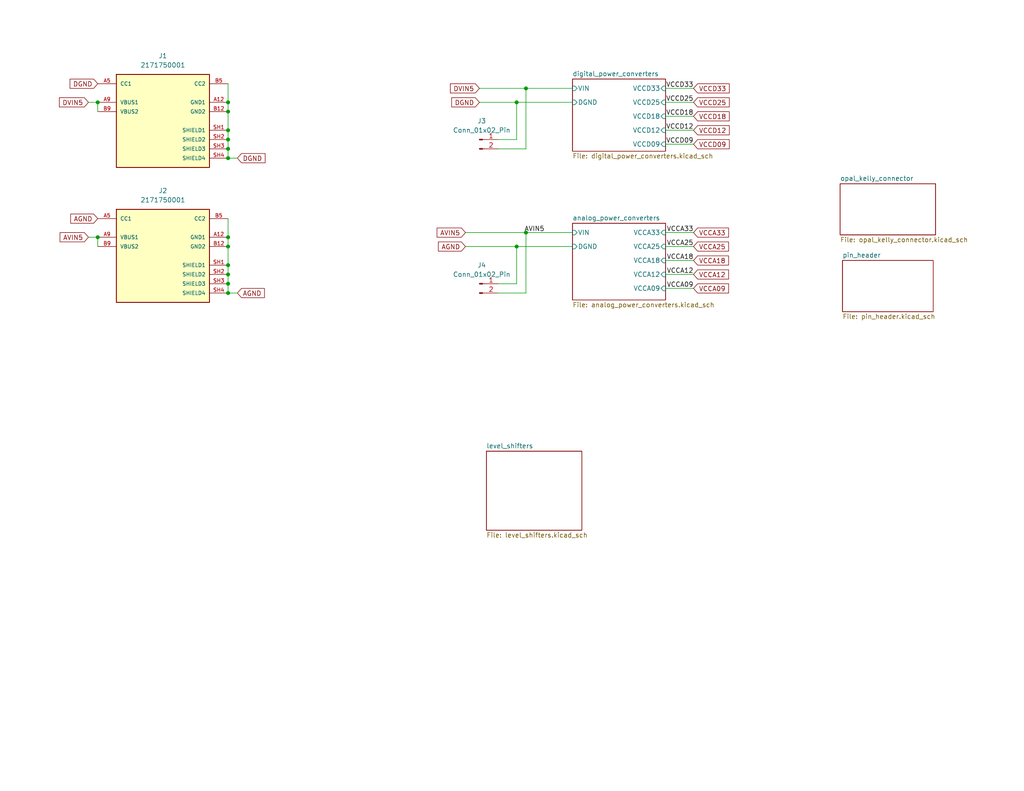
<source format=kicad_sch>
(kicad_sch (version 20231120) (generator "eeschema") (generator_version "8.0")
  (paper "USLetter")
  (lib_symbols
    (symbol "Connector:Conn_01x02_Pin" (pin_names (offset 1.016) hide)
      (property "Reference" "J" (at 0 2.54 0))
      (property "Value" "Conn_01x02_Pin" (at 0 -5.08 0))
      (symbol "Conn_01x02_Pin_1_1"
        (polyline (pts (xy 1.27 -2.54) (xy 0.8636 -2.54)) (stroke (width 0.1524)))
        (polyline (pts (xy 1.27 0) (xy 0.8636 0)) (stroke (width 0.1524)))
        (rectangle (start 0.8636 -2.413) (end 0 -2.667) (stroke (width 0.1524)) (fill (type outline)))
        (rectangle (start 0.8636 0.127) (end 0 -0.127) (stroke (width 0.1524)) (fill (type outline)))
        (pin passive line (at 5.08 0 180) (length 3.81) (name "Pin_1") (number "1"))
        (pin passive line (at 5.08 -2.54 180) (length 3.81) (name "Pin_2") (number "2"))
      )
    )
    (symbol "avlsi_preferred_parts:2171750001" (pin_names (offset 1.016))
      (property "Reference" "J" (at -12.7 13.2842 0))
      (property "Value" "2171750001" (at -12.7 -15.24 0))
      (symbol "2171750001_0_0"
        (rectangle (start -12.7 -12.7) (end 12.7 12.7) (stroke (width 0.254)) (fill (type background)))
        (pin power_in line (at 17.78 5.08 180) (length 5.08) (name "GND1") (number "A12"))
        (pin bidirectional line (at -17.78 10.16 0) (length 5.08) (name "CC1") (number "A5"))
        (pin power_in line (at -17.78 5.08 0) (length 5.08) (name "VBUS1") (number "A9"))
        (pin power_in line (at 17.78 2.54 180) (length 5.08) (name "GND2") (number "B12"))
        (pin bidirectional line (at 17.78 10.16 180) (length 5.08) (name "CC2") (number "B5"))
        (pin power_in line (at -17.78 2.54 0) (length 5.08) (name "VBUS2") (number "B9"))
        (pin passive line (at 17.78 -2.54 180) (length 5.08) (name "SHIELD1") (number "SH1"))
        (pin passive line (at 17.78 -5.08 180) (length 5.08) (name "SHIELD2") (number "SH2"))
        (pin passive line (at 17.78 -7.62 180) (length 5.08) (name "SHIELD3") (number "SH3"))
        (pin passive line (at 17.78 -10.16 180) (length 5.08) (name "SHIELD4") (number "SH4"))
      )
    )
  )
  (junction (at 62.23 64.77))
  (junction (at 62.23 38.1))
  (junction (at 62.23 77.47))
  (junction (at 62.23 80.01))
  (junction (at 26.67 27.94))
  (junction (at 62.23 35.56))
  (junction (at 62.23 72.39))
  (junction (at 140.97 27.94))
  (junction (at 143.51 63.5))
  (junction (at 62.23 30.48))
  (junction (at 62.23 27.94))
  (junction (at 62.23 43.18))
  (junction (at 62.23 40.64))
  (junction (at 143.51 24.13))
  (junction (at 62.23 74.93))
  (junction (at 140.97 67.31))
  (junction (at 62.23 67.31))
  (junction (at 26.67 64.77))
  (wire (pts (xy 62.23 77.47) (xy 62.23 80.01)))
  (wire (pts (xy 143.51 63.5) (xy 143.51 80.01)))
  (wire (pts (xy 143.51 63.5) (xy 156.21 63.5)))
  (wire (pts (xy 62.23 72.39) (xy 62.23 74.93)))
  (wire (pts (xy 135.89 38.1) (xy 140.97 38.1)))
  (wire (pts (xy 130.81 27.94) (xy 140.97 27.94)))
  (wire (pts (xy 140.97 67.31) (xy 156.21 67.31)))
  (wire (pts (xy 130.81 24.13) (xy 143.51 24.13)))
  (wire (pts (xy 62.23 74.93) (xy 62.23 77.47)))
  (wire (pts (xy 127 63.5) (xy 143.51 63.5)))
  (wire (pts (xy 62.23 43.18) (xy 64.77 43.18)))
  (wire (pts (xy 62.23 80.01) (xy 64.77 80.01)))
  (wire (pts (xy 181.61 67.31) (xy 189.23 67.31)))
  (wire (pts (xy 127 67.31) (xy 140.97 67.31)))
  (wire (pts (xy 62.23 64.77) (xy 62.23 67.31)))
  (wire (pts (xy 62.23 59.69) (xy 62.23 64.77)))
  (wire (pts (xy 181.61 71.12) (xy 189.23 71.12)))
  (wire (pts (xy 62.23 35.56) (xy 62.23 38.1)))
  (wire (pts (xy 135.89 40.64) (xy 143.51 40.64)))
  (wire (pts (xy 181.61 78.74) (xy 189.23 78.74)))
  (wire (pts (xy 140.97 77.47) (xy 140.97 67.31)))
  (wire (pts (xy 181.61 39.37) (xy 189.23 39.37)))
  (wire (pts (xy 26.67 64.77) (xy 26.67 67.31)))
  (wire (pts (xy 26.67 27.94) (xy 26.67 30.48)))
  (wire (pts (xy 62.23 27.94) (xy 62.23 30.48)))
  (wire (pts (xy 135.89 77.47) (xy 140.97 77.47)))
  (wire (pts (xy 140.97 27.94) (xy 156.21 27.94)))
  (wire (pts (xy 140.97 38.1) (xy 140.97 27.94)))
  (wire (pts (xy 181.61 31.75) (xy 189.23 31.75)))
  (wire (pts (xy 62.23 22.86) (xy 62.23 27.94)))
  (wire (pts (xy 24.13 64.77) (xy 26.67 64.77)))
  (wire (pts (xy 62.23 38.1) (xy 62.23 40.64)))
  (wire (pts (xy 24.13 27.94) (xy 26.67 27.94)))
  (wire (pts (xy 135.89 80.01) (xy 143.51 80.01)))
  (wire (pts (xy 143.51 24.13) (xy 156.21 24.13)))
  (wire (pts (xy 181.61 63.5) (xy 189.23 63.5)))
  (wire (pts (xy 62.23 30.48) (xy 62.23 35.56)))
  (wire (pts (xy 181.61 74.93) (xy 189.23 74.93)))
  (wire (pts (xy 143.51 24.13) (xy 143.51 40.64)))
  (wire (pts (xy 181.61 35.56) (xy 189.23 35.56)))
  (wire (pts (xy 181.61 24.13) (xy 189.23 24.13)))
  (wire (pts (xy 62.23 40.64) (xy 62.23 43.18)))
  (wire (pts (xy 62.23 67.31) (xy 62.23 72.39)))
  (wire (pts (xy 181.61 27.94) (xy 189.23 27.94)))
  (label "AVIN5" (at 148.59 63.5 180))
  (label "VCCA25" (at 189.23 67.31 180))
  (label "VCCD09" (at 189.23 39.37 180))
  (label "VCCD25" (at 189.23 27.94 180))
  (label "VCCD18" (at 189.23 31.75 180))
  (label "VCCD33" (at 189.23 24.13 180))
  (label "VCCA18" (at 189.23 71.12 180))
  (label "VCCD12" (at 189.23 35.56 180))
  (label "VCCA33" (at 189.23 63.5 180))
  (label "VCCA12" (at 189.23 74.93 180))
  (label "VCCA09" (at 189.23 78.74 180))
  (global_label "DGND" (shape input) (at 64.77 43.18 0) (property "Intersheetrefs" "${INTERSHEET_REFS}" (effects (hide yes))))
  (global_label "AVIN5" (shape input) (at 24.13 64.77 180) (property "Intersheetrefs" "${INTERSHEET_REFS}" (effects (hide yes))))
  (global_label "VCCD09" (shape input) (at 189.23 39.37 0) (property "Intersheetrefs" "${INTERSHEET_REFS}" (effects (hide yes))))
  (global_label "VCCA33" (shape input) (at 189.23 63.5 0) (property "Intersheetrefs" "${INTERSHEET_REFS}" (effects (hide yes))))
  (global_label "VCCD12" (shape input) (at 189.23 35.56 0) (property "Intersheetrefs" "${INTERSHEET_REFS}" (effects (hide yes))))
  (global_label "AGND" (shape input) (at 26.67 59.69 180) (property "Intersheetrefs" "${INTERSHEET_REFS}" (effects (hide yes))))
  (global_label "DGND" (shape input) (at 130.81 27.94 180) (property "Intersheetrefs" "${INTERSHEET_REFS}" (effects (hide yes))))
  (global_label "AGND" (shape input) (at 64.77 80.01 0) (property "Intersheetrefs" "${INTERSHEET_REFS}" (effects (hide yes))))
  (global_label "VCCA25" (shape input) (at 189.23 67.31 0) (property "Intersheetrefs" "${INTERSHEET_REFS}" (effects (hide yes))))
  (global_label "VCCD25" (shape input) (at 189.23 27.94 0) (property "Intersheetrefs" "${INTERSHEET_REFS}" (effects (hide yes))))
  (global_label "AGND" (shape input) (at 127 67.31 180) (property "Intersheetrefs" "${INTERSHEET_REFS}" (effects (hide yes))))
  (global_label "VCCA12" (shape input) (at 189.23 74.93 0) (property "Intersheetrefs" "${INTERSHEET_REFS}" (effects (hide yes))))
  (global_label "VCCD33" (shape input) (at 189.23 24.13 0) (property "Intersheetrefs" "${INTERSHEET_REFS}" (effects (hide yes))))
  (global_label "DVIN5" (shape input) (at 24.13 27.94 180) (property "Intersheetrefs" "${INTERSHEET_REFS}" (effects (hide yes))))
  (global_label "DGND" (shape input) (at 26.67 22.86 180) (property "Intersheetrefs" "${INTERSHEET_REFS}" (effects (hide yes))))
  (global_label "AVIN5" (shape input) (at 127 63.5 180) (property "Intersheetrefs" "${INTERSHEET_REFS}" (effects (hide yes))))
  (global_label "VCCD18" (shape input) (at 189.23 31.75 0) (property "Intersheetrefs" "${INTERSHEET_REFS}" (effects (hide yes))))
  (global_label "VCCA09" (shape input) (at 189.23 78.74 0) (property "Intersheetrefs" "${INTERSHEET_REFS}" (effects (hide yes))))
  (global_label "DVIN5" (shape input) (at 130.81 24.13 180) (property "Intersheetrefs" "${INTERSHEET_REFS}" (effects (hide yes))))
  (global_label "VCCA18" (shape input) (at 189.23 71.12 0) (property "Intersheetrefs" "${INTERSHEET_REFS}" (effects (hide yes))))
  (symbol (lib_id "Connector:Conn_01x02_Pin") (at 130.81 77.47 0) (unit 1)
    (property "Reference" "J4" (at 131.445 72.39 0))
    (property "Value" "Conn_01x02_Pin" (at 131.445 74.93 0))
    (property "Footprint" "Connector_PinHeader_2.54mm:PinHeader_1x02_P2.54mm_Horizontal" (effects (hide yes)))
    (property "Description" "Generic connector, single row, 01x02, script generated" (effects (hide yes)))
  )
  (symbol (lib_id "avlsi_preferred_parts:2171750001") (at 44.45 69.85 0) (unit 1)
    (property "Reference" "J2" (at 44.45 52.07 0))
    (property "Value" "2171750001" (at 44.45 54.61 0))
    (property "Footprint" "avlsi_preferred_parts:MOLEX_2171750001" (effects (hide yes)))
    (property "PARTREV" "A1" (effects (hide yes)))
    (property "STANDARD" "Manufacturer Recommendations" (effects (hide yes)))
    (property "OPTION" "MOLEX_CONFIG" (effects (hide yes)))
    (property "MAXIMUM_PACKAGE_HEIGHT" "3.26mm" (effects (hide yes)))
    (property "MANUFACTURER" "Molex" (effects (hide yes)))
  )
  (symbol (lib_id "avlsi_preferred_parts:2171750001") (at 44.45 33.02 0) (unit 1)
    (property "Reference" "J1" (at 44.45 15.24 0))
    (property "Value" "2171750001" (at 44.45 17.78 0))
    (property "Footprint" "avlsi_preferred_parts:MOLEX_2171750001" (effects (hide yes)))
    (property "PARTREV" "A1" (effects (hide yes)))
    (property "STANDARD" "Manufacturer Recommendations" (effects (hide yes)))
    (property "OPTION" "MOLEX_CONFIG" (effects (hide yes)))
    (property "MAXIMUM_PACKAGE_HEIGHT" "3.26mm" (effects (hide yes)))
    (property "MANUFACTURER" "Molex" (effects (hide yes)))
  )
  (symbol (lib_id "Connector:Conn_01x02_Pin") (at 130.81 38.1 0) (unit 1)
    (property "Reference" "J3" (at 131.445 33.02 0))
    (property "Value" "Conn_01x02_Pin" (at 131.445 35.56 0))
    (property "Footprint" "Connector_PinHeader_2.54mm:PinHeader_1x02_P2.54mm_Horizontal" (effects (hide yes)))
    (property "Description" "Generic connector, single row, 01x02, script generated" (effects (hide yes)))
  )
  (sheet (at 156.21 21.59) (size 25.4 19.685) (stroke (width 0.1524))
    (property "Sheetname" "digital_power_converters" (at 156.21 20.8784 0) (effects (justify left bottom)))
    (property "Sheetfile" "digital_power_converters.kicad_sch" (at 156.21 41.8596 0) (effects (justify left top)))
    (pin "DGND" input (at 156.21 27.94 180))
    (pin "VIN" input (at 156.21 24.13 180))
    (pin "VCCD18" input (at 181.61 31.75 0))
    (pin "VCCD12" input (at 181.61 35.56 0))
    (pin "VCCD33" input (at 181.61 24.13 0))
    (pin "VCCD25" input (at 181.61 27.94 0))
    (pin "VCCD09" input (at 181.61 39.37 0))
  )
  (sheet (at 229.235 50.165) (size 26.035 13.97) (stroke (width 0.1524))
    (property "Sheetname" "opal_kelly_connector" (at 229.235 49.4534 0) (effects (justify left bottom)))
    (property "Sheetfile" "opal_kelly_connector.kicad_sch" (at 229.235 64.7196 0) (effects (justify left top)))
  )
  (sheet (at 132.715 123.19) (size 26.035 21.59) (stroke (width 0.1524))
    (property "Sheetname" "level_shifters" (at 132.715 122.4784 0) (effects (justify left bottom)))
    (property "Sheetfile" "level_shifters.kicad_sch" (at 132.715 145.3646 0) (effects (justify left top)))
  )
  (sheet (at 229.87 71.12) (size 24.765 13.97) (stroke (width 0.1524))
    (property "Sheetname" "pin_header" (at 229.87 70.4084 0) (effects (justify left bottom)))
    (property "Sheetfile" "pin_header.kicad_sch" (at 229.87 85.6746 0) (effects (justify left top)))
  )
  (sheet (at 156.21 60.96) (size 25.4 20.955) (stroke (width 0.1524))
    (property "Sheetname" "analog_power_converters" (at 156.21 60.2484 0) (effects (justify left bottom)))
    (property "Sheetfile" "analog_power_converters.kicad_sch" (at 156.21 82.4996 0) (effects (justify left top)))
    (pin "DGND" input (at 156.21 67.31 180))
    (pin "VIN" input (at 156.21 63.5 180))
    (pin "VCCA12" input (at 181.61 74.93 0))
    (pin "VCCA18" input (at 181.61 71.12 0))
    (pin "VCCA25" input (at 181.61 67.31 0))
    (pin "VCCA09" input (at 181.61 78.74 0))
    (pin "VCCA33" input (at 181.61 63.5 0))
  )
)
</source>
